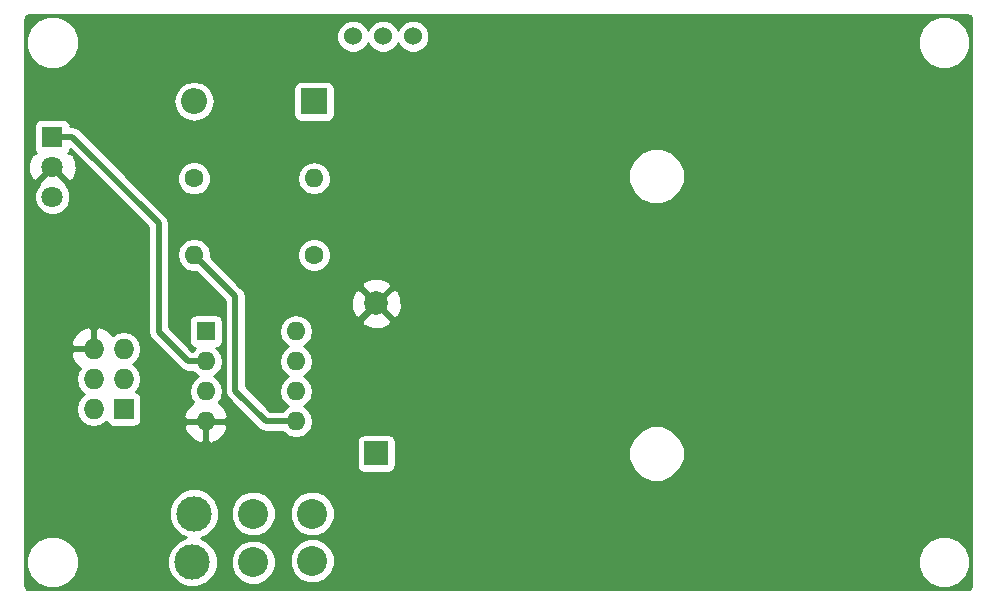
<source format=gbl>
G04 #@! TF.FileFunction,Copper,L2,Bot,Signal*
%FSLAX46Y46*%
G04 Gerber Fmt 4.6, Leading zero omitted, Abs format (unit mm)*
G04 Created by KiCad (PCBNEW 4.0.6-e0-6349~53~ubuntu16.04.1) date Mon Aug 21 19:14:55 2017*
%MOMM*%
%LPD*%
G01*
G04 APERTURE LIST*
%ADD10C,0.100000*%
%ADD11R,2.000000X2.000000*%
%ADD12C,2.000000*%
%ADD13R,1.727200X1.727200*%
%ADD14O,1.727200X1.727200*%
%ADD15C,3.000000*%
%ADD16C,2.540000*%
%ADD17R,1.800000X1.800000*%
%ADD18C,1.800000*%
%ADD19R,1.600000X1.600000*%
%ADD20O,1.600000X1.600000*%
%ADD21R,2.200000X2.200000*%
%ADD22O,2.200000X2.200000*%
%ADD23C,1.600000*%
%ADD24C,1.524000*%
%ADD25C,0.500000*%
%ADD26C,0.254000*%
G04 APERTURE END LIST*
D10*
D11*
X163931600Y-103809800D03*
D12*
X163931600Y-91109800D03*
D13*
X142540000Y-100040000D03*
D14*
X140000000Y-100040000D03*
X142540000Y-97500000D03*
X140000000Y-97500000D03*
X142540000Y-94960000D03*
X140000000Y-94960000D03*
D15*
X148500000Y-108893200D03*
X148369200Y-113000000D03*
D16*
X153500000Y-113000000D03*
X158500000Y-112893200D03*
X153500000Y-108893200D03*
X158500000Y-108893200D03*
D17*
X136500000Y-77000000D03*
D18*
X136500000Y-79540000D03*
X136500000Y-82080000D03*
D19*
X149500000Y-93460000D03*
D20*
X157120000Y-101080000D03*
X149500000Y-96000000D03*
X157120000Y-98540000D03*
X149500000Y-98540000D03*
X157120000Y-96000000D03*
X149500000Y-101080000D03*
X157120000Y-93460000D03*
D21*
X158660000Y-74000000D03*
D22*
X148500000Y-74000000D03*
D23*
X148500000Y-80500000D03*
D20*
X158660000Y-80500000D03*
D23*
X158660000Y-87000000D03*
D20*
X148500000Y-87000000D03*
D24*
X167040000Y-68500000D03*
X164500000Y-68500000D03*
X161960000Y-68500000D03*
D25*
X152000000Y-98500000D02*
X152000000Y-90500000D01*
X152000000Y-90500000D02*
X148500000Y-87000000D01*
X154580000Y-101080000D02*
X152000000Y-98500000D01*
X157120000Y-101080000D02*
X154580000Y-101080000D01*
X149500000Y-96000000D02*
X148000000Y-96000000D01*
X145500000Y-93500000D02*
X145500000Y-84293241D01*
X148000000Y-96000000D02*
X145500000Y-93500000D01*
X145500000Y-84293241D02*
X138198273Y-76991514D01*
X138198273Y-76991514D02*
X136483820Y-76991514D01*
D26*
X134569930Y-66710000D02*
X213930070Y-66710000D01*
X134241175Y-66913200D02*
X135697774Y-66913200D01*
X137302488Y-66913200D02*
X211197774Y-66913200D01*
X212802488Y-66913200D02*
X214258824Y-66913200D01*
X134210000Y-67116400D02*
X135223362Y-67116400D01*
X137777698Y-67116400D02*
X161650323Y-67116400D01*
X162270786Y-67116400D02*
X164190323Y-67116400D01*
X164810786Y-67116400D02*
X166730323Y-67116400D01*
X167350786Y-67116400D02*
X210723362Y-67116400D01*
X213277698Y-67116400D02*
X214290000Y-67116400D01*
X134210000Y-67319600D02*
X135019807Y-67319600D01*
X137980543Y-67319600D02*
X161165079Y-67319600D01*
X162755594Y-67319600D02*
X163705079Y-67319600D01*
X165295594Y-67319600D02*
X166245079Y-67319600D01*
X167835594Y-67319600D02*
X210519807Y-67319600D01*
X213480543Y-67319600D02*
X214290000Y-67319600D01*
X134210000Y-67522800D02*
X134816252Y-67522800D01*
X138183389Y-67522800D02*
X160961524Y-67522800D01*
X162958439Y-67522800D02*
X163501524Y-67522800D01*
X165498439Y-67522800D02*
X166041524Y-67522800D01*
X168038439Y-67522800D02*
X210316252Y-67522800D01*
X213683389Y-67522800D02*
X214290000Y-67522800D01*
X134210000Y-67726000D02*
X134612697Y-67726000D01*
X138386234Y-67726000D02*
X160768744Y-67726000D01*
X163151747Y-67726000D02*
X163308744Y-67726000D01*
X165691747Y-67726000D02*
X165848744Y-67726000D01*
X168231747Y-67726000D02*
X210112697Y-67726000D01*
X213886234Y-67726000D02*
X214290000Y-67726000D01*
X134210000Y-67929200D02*
X134524613Y-67929200D01*
X138475828Y-67929200D02*
X160684368Y-67929200D01*
X168315707Y-67929200D02*
X210024613Y-67929200D01*
X213975828Y-67929200D02*
X214290000Y-67929200D01*
X134210000Y-68132400D02*
X134440237Y-68132400D01*
X138559789Y-68132400D02*
X160599992Y-68132400D01*
X168399667Y-68132400D02*
X209940237Y-68132400D01*
X214059789Y-68132400D02*
X214290000Y-68132400D01*
X134210000Y-68335600D02*
X134355861Y-68335600D01*
X138643749Y-68335600D02*
X160563143Y-68335600D01*
X168437144Y-68335600D02*
X209855861Y-68335600D01*
X214143749Y-68335600D02*
X214290000Y-68335600D01*
X134210000Y-68538800D02*
X134271486Y-68538800D01*
X138727710Y-68538800D02*
X160562966Y-68538800D01*
X168436966Y-68538800D02*
X209771486Y-68538800D01*
X214227710Y-68538800D02*
X214290000Y-68538800D01*
X134210000Y-68742000D02*
X134265225Y-68742000D01*
X138735225Y-68742000D02*
X160562789Y-68742000D01*
X168436789Y-68742000D02*
X209765225Y-68742000D01*
X214235225Y-68742000D02*
X214290000Y-68742000D01*
X134210000Y-68945200D02*
X134265048Y-68945200D01*
X138735048Y-68945200D02*
X160632396Y-68945200D01*
X168367786Y-68945200D02*
X209765048Y-68945200D01*
X214235048Y-68945200D02*
X214290000Y-68945200D01*
X134210000Y-69148400D02*
X134264870Y-69148400D01*
X138734870Y-69148400D02*
X160716357Y-69148400D01*
X163203410Y-69148400D02*
X163256356Y-69148400D01*
X165743410Y-69148400D02*
X165796356Y-69148400D01*
X168283410Y-69148400D02*
X209764870Y-69148400D01*
X214234871Y-69148400D02*
X214290000Y-69148400D01*
X134210000Y-69351600D02*
X134264693Y-69351600D01*
X138734693Y-69351600D02*
X160836180Y-69351600D01*
X163084295Y-69351600D02*
X163376180Y-69351600D01*
X165624295Y-69351600D02*
X165916180Y-69351600D01*
X168164295Y-69351600D02*
X209764693Y-69351600D01*
X214234693Y-69351600D02*
X214290000Y-69351600D01*
X134210000Y-69554800D02*
X134310965Y-69554800D01*
X138689648Y-69554800D02*
X161039025Y-69554800D01*
X162880740Y-69554800D02*
X163579025Y-69554800D01*
X165420740Y-69554800D02*
X166119025Y-69554800D01*
X167960740Y-69554800D02*
X209810965Y-69554800D01*
X214189648Y-69554800D02*
X214290000Y-69554800D01*
X134210000Y-69758000D02*
X134394925Y-69758000D01*
X138605272Y-69758000D02*
X161346735Y-69758000D01*
X162573653Y-69758000D02*
X163886735Y-69758000D01*
X165113653Y-69758000D02*
X166426735Y-69758000D01*
X167653653Y-69758000D02*
X209894925Y-69758000D01*
X214105272Y-69758000D02*
X214290000Y-69758000D01*
X134210000Y-69961200D02*
X134478886Y-69961200D01*
X138520897Y-69961200D02*
X209978886Y-69961200D01*
X214020897Y-69961200D02*
X214290000Y-69961200D01*
X134210000Y-70164400D02*
X134562847Y-70164400D01*
X138436521Y-70164400D02*
X210062847Y-70164400D01*
X213936521Y-70164400D02*
X214290000Y-70164400D01*
X134210000Y-70367600D02*
X134707202Y-70367600D01*
X138293540Y-70367600D02*
X210207202Y-70367600D01*
X213793540Y-70367600D02*
X214290000Y-70367600D01*
X134210000Y-70570800D02*
X134910048Y-70570800D01*
X138089985Y-70570800D02*
X210410048Y-70570800D01*
X213589985Y-70570800D02*
X214290000Y-70570800D01*
X134210000Y-70774000D02*
X135112893Y-70774000D01*
X137886429Y-70774000D02*
X210612893Y-70774000D01*
X213386429Y-70774000D02*
X214290000Y-70774000D01*
X134210000Y-70977200D02*
X135433565Y-70977200D01*
X137567478Y-70977200D02*
X210933565Y-70977200D01*
X213067478Y-70977200D02*
X214290000Y-70977200D01*
X134210000Y-71180400D02*
X135922926Y-71180400D01*
X137075697Y-71180400D02*
X211422926Y-71180400D01*
X212575697Y-71180400D02*
X214290000Y-71180400D01*
X134210000Y-71383600D02*
X214290000Y-71383600D01*
X134210000Y-71586800D02*
X214290000Y-71586800D01*
X134210000Y-71790000D02*
X214290000Y-71790000D01*
X134210000Y-71993200D02*
X214290000Y-71993200D01*
X134210000Y-72196400D02*
X214290000Y-72196400D01*
X134210000Y-72399600D02*
X147798266Y-72399600D01*
X149201735Y-72399600D02*
X157164987Y-72399600D01*
X160152437Y-72399600D02*
X214290000Y-72399600D01*
X134210000Y-72602800D02*
X147494156Y-72602800D01*
X149505845Y-72602800D02*
X156994528Y-72602800D01*
X160323342Y-72602800D02*
X214290000Y-72602800D01*
X134210000Y-72806000D02*
X147217243Y-72806000D01*
X149782758Y-72806000D02*
X156931596Y-72806000D01*
X160389753Y-72806000D02*
X214290000Y-72806000D01*
X134210000Y-73009200D02*
X147081469Y-73009200D01*
X149918533Y-73009200D02*
X156912560Y-73009200D01*
X160407440Y-73009200D02*
X214290000Y-73009200D01*
X134210000Y-73212400D02*
X146945695Y-73212400D01*
X150054306Y-73212400D02*
X156912560Y-73212400D01*
X160407440Y-73212400D02*
X214290000Y-73212400D01*
X134210000Y-73415600D02*
X146847254Y-73415600D01*
X150152747Y-73415600D02*
X156912560Y-73415600D01*
X160407440Y-73415600D02*
X214290000Y-73415600D01*
X134210000Y-73618800D02*
X146806835Y-73618800D01*
X150193166Y-73618800D02*
X156912560Y-73618800D01*
X160407440Y-73618800D02*
X214290000Y-73618800D01*
X134210000Y-73822000D02*
X146766416Y-73822000D01*
X150233585Y-73822000D02*
X156912560Y-73822000D01*
X160407440Y-73822000D02*
X214290000Y-73822000D01*
X134210000Y-74025200D02*
X146736021Y-74025200D01*
X150263978Y-74025200D02*
X156912560Y-74025200D01*
X160407440Y-74025200D02*
X214290000Y-74025200D01*
X134210000Y-74228400D02*
X146776440Y-74228400D01*
X150223559Y-74228400D02*
X156912560Y-74228400D01*
X160407440Y-74228400D02*
X214290000Y-74228400D01*
X134210000Y-74431600D02*
X146816859Y-74431600D01*
X150183140Y-74431600D02*
X156912560Y-74431600D01*
X160407440Y-74431600D02*
X214290000Y-74431600D01*
X134210000Y-74634800D02*
X146857278Y-74634800D01*
X150142721Y-74634800D02*
X156912560Y-74634800D01*
X160407440Y-74634800D02*
X214290000Y-74634800D01*
X134210000Y-74838000D02*
X146979370Y-74838000D01*
X150020629Y-74838000D02*
X156912560Y-74838000D01*
X160407440Y-74838000D02*
X214290000Y-74838000D01*
X134210000Y-75041200D02*
X147115144Y-75041200D01*
X149884855Y-75041200D02*
X156912560Y-75041200D01*
X160407440Y-75041200D02*
X214290000Y-75041200D01*
X134210000Y-75244400D02*
X147265474Y-75244400D01*
X149734525Y-75244400D02*
X156939730Y-75244400D01*
X160378198Y-75244400D02*
X214290000Y-75244400D01*
X134210000Y-75447600D02*
X147569584Y-75447600D01*
X149430415Y-75447600D02*
X157029090Y-75447600D01*
X160291035Y-75447600D02*
X214290000Y-75447600D01*
X134210000Y-75650800D02*
X135138386Y-75650800D01*
X137865533Y-75650800D02*
X148042706Y-75650800D01*
X148957293Y-75650800D02*
X157241326Y-75650800D01*
X160076689Y-75650800D02*
X214290000Y-75650800D01*
X134210000Y-75854000D02*
X135002377Y-75854000D01*
X137996288Y-75854000D02*
X214290000Y-75854000D01*
X134210000Y-76057200D02*
X134961228Y-76057200D01*
X138039387Y-76057200D02*
X214290000Y-76057200D01*
X134210000Y-76260400D02*
X134952560Y-76260400D01*
X138666434Y-76260400D02*
X214290000Y-76260400D01*
X134210000Y-76463600D02*
X134952560Y-76463600D01*
X138921939Y-76463600D02*
X214290000Y-76463600D01*
X134210000Y-76666800D02*
X134952560Y-76666800D01*
X139125139Y-76666800D02*
X214290000Y-76666800D01*
X134210000Y-76870000D02*
X134952560Y-76870000D01*
X139328339Y-76870000D02*
X214290000Y-76870000D01*
X134210000Y-77073200D02*
X134952560Y-77073200D01*
X139531539Y-77073200D02*
X214290000Y-77073200D01*
X134210000Y-77276400D02*
X134952560Y-77276400D01*
X139734739Y-77276400D02*
X214290000Y-77276400D01*
X134210000Y-77479600D02*
X134952560Y-77479600D01*
X139937939Y-77479600D02*
X214290000Y-77479600D01*
X134210000Y-77682800D02*
X134952560Y-77682800D01*
X140141139Y-77682800D02*
X214290000Y-77682800D01*
X134210000Y-77886000D02*
X134952560Y-77886000D01*
X140344339Y-77886000D02*
X214290000Y-77886000D01*
X134210000Y-78089200D02*
X134988160Y-78089200D01*
X138009126Y-78089200D02*
X138044379Y-78089200D01*
X140547539Y-78089200D02*
X186796098Y-78089200D01*
X188514566Y-78089200D02*
X214290000Y-78089200D01*
X134210000Y-78292400D02*
X135072792Y-78292400D01*
X137927208Y-78292400D02*
X138247579Y-78292400D01*
X140750739Y-78292400D02*
X186305286Y-78292400D01*
X189003927Y-78292400D02*
X214290000Y-78292400D01*
X134210000Y-78495600D02*
X134714132Y-78495600D01*
X138287761Y-78495600D02*
X138450779Y-78495600D01*
X140953939Y-78495600D02*
X186101731Y-78495600D01*
X189209133Y-78495600D02*
X214290000Y-78495600D01*
X134210000Y-78698800D02*
X134635093Y-78698800D01*
X138371929Y-78698800D02*
X138653979Y-78698800D01*
X141157139Y-78698800D02*
X185898176Y-78698800D01*
X189411979Y-78698800D02*
X214290000Y-78698800D01*
X134210000Y-78902000D02*
X134556054Y-78902000D01*
X138456097Y-78902000D02*
X138857179Y-78902000D01*
X141360339Y-78902000D02*
X185694621Y-78902000D01*
X189614824Y-78902000D02*
X214290000Y-78902000D01*
X134210000Y-79105200D02*
X134477015Y-79105200D01*
X138534030Y-79105200D02*
X139060379Y-79105200D01*
X141563539Y-79105200D02*
X148117922Y-79105200D01*
X148882902Y-79105200D02*
X158429789Y-79105200D01*
X158890212Y-79105200D02*
X185575030Y-79105200D01*
X189735978Y-79105200D02*
X214290000Y-79105200D01*
X134210000Y-79308400D02*
X134451482Y-79308400D01*
X138538448Y-79308400D02*
X139263579Y-79308400D01*
X141766739Y-79308400D02*
X147662513Y-79308400D01*
X149338105Y-79308400D02*
X157881942Y-79308400D01*
X159438059Y-79308400D02*
X185490654Y-79308400D01*
X189819938Y-79308400D02*
X214290000Y-79308400D01*
X134210000Y-79511600D02*
X134455900Y-79511600D01*
X136320511Y-79511600D02*
X136679490Y-79511600D01*
X138542865Y-79511600D02*
X139466779Y-79511600D01*
X141969939Y-79511600D02*
X147458958Y-79511600D01*
X149540951Y-79511600D02*
X157599618Y-79511600D01*
X159720383Y-79511600D02*
X185406278Y-79511600D01*
X189903899Y-79511600D02*
X214290000Y-79511600D01*
X134210000Y-79714800D02*
X134460317Y-79714800D01*
X136145595Y-79714800D02*
X136854405Y-79714800D01*
X138547283Y-79714800D02*
X139669979Y-79714800D01*
X142173139Y-79714800D02*
X147272250Y-79714800D01*
X149728234Y-79714800D02*
X157463844Y-79714800D01*
X159856157Y-79714800D02*
X185321903Y-79714800D01*
X189987859Y-79714800D02*
X214290000Y-79714800D01*
X134210000Y-79918000D02*
X134464735Y-79918000D01*
X135942395Y-79918000D02*
X136301605Y-79918000D01*
X136698395Y-79918000D02*
X137057605Y-79918000D01*
X138545078Y-79918000D02*
X139873179Y-79918000D01*
X142376339Y-79918000D02*
X147187874Y-79918000D01*
X149812195Y-79918000D02*
X157328070Y-79918000D01*
X159991931Y-79918000D02*
X185270546Y-79918000D01*
X190040547Y-79918000D02*
X214290000Y-79918000D01*
X134210000Y-80121200D02*
X134520376Y-80121200D01*
X135739195Y-80121200D02*
X136098405Y-80121200D01*
X136901595Y-80121200D02*
X137260805Y-80121200D01*
X138466039Y-80121200D02*
X140076379Y-80121200D01*
X142579539Y-80121200D02*
X147103498Y-80121200D01*
X149896155Y-80121200D02*
X157272236Y-80121200D01*
X160047765Y-80121200D02*
X185270369Y-80121200D01*
X190040369Y-80121200D02*
X214290000Y-80121200D01*
X134210000Y-80324400D02*
X134604544Y-80324400D01*
X135535995Y-80324400D02*
X135895205Y-80324400D01*
X137104795Y-80324400D02*
X137464005Y-80324400D01*
X138387001Y-80324400D02*
X140279579Y-80324400D01*
X142782739Y-80324400D02*
X147065154Y-80324400D01*
X149935153Y-80324400D02*
X157231817Y-80324400D01*
X160088184Y-80324400D02*
X185270191Y-80324400D01*
X190040192Y-80324400D02*
X214290000Y-80324400D01*
X134210000Y-80527600D02*
X134688711Y-80527600D01*
X135332795Y-80527600D02*
X135692005Y-80527600D01*
X137307995Y-80527600D02*
X137667205Y-80527600D01*
X138307962Y-80527600D02*
X140482779Y-80527600D01*
X142985939Y-80527600D02*
X147064976Y-80527600D01*
X149934975Y-80527600D02*
X157202376Y-80527600D01*
X160117622Y-80527600D02*
X185270014Y-80527600D01*
X190040015Y-80527600D02*
X214290000Y-80527600D01*
X134210000Y-80730800D02*
X135488805Y-80730800D01*
X137511195Y-80730800D02*
X140685979Y-80730800D01*
X143189139Y-80730800D02*
X147064799Y-80730800D01*
X149934798Y-80730800D02*
X157242796Y-80730800D01*
X160077203Y-80730800D02*
X185269837Y-80730800D01*
X190039837Y-80730800D02*
X214290000Y-80730800D01*
X134210000Y-80934000D02*
X135327467Y-80934000D01*
X137672532Y-80934000D02*
X140889179Y-80934000D01*
X143392339Y-80934000D02*
X147126653Y-80934000D01*
X149873581Y-80934000D02*
X157283215Y-80934000D01*
X160036784Y-80934000D02*
X185330474Y-80934000D01*
X189980525Y-80934000D02*
X214290000Y-80934000D01*
X134210000Y-81137200D02*
X135271732Y-81137200D01*
X137727769Y-81137200D02*
X141092379Y-81137200D01*
X143595539Y-81137200D02*
X147210613Y-81137200D01*
X149789205Y-81137200D02*
X157364952Y-81137200D01*
X159955047Y-81137200D02*
X185414434Y-81137200D01*
X189896149Y-81137200D02*
X214290000Y-81137200D01*
X134210000Y-81340400D02*
X135145036Y-81340400D01*
X137855276Y-81340400D02*
X141295579Y-81340400D01*
X143798739Y-81340400D02*
X147311307Y-81340400D01*
X149689300Y-81340400D02*
X157500726Y-81340400D01*
X159819273Y-81340400D02*
X185498395Y-81340400D01*
X189811773Y-81340400D02*
X214290000Y-81340400D01*
X134210000Y-81543600D02*
X135060660Y-81543600D01*
X137939236Y-81543600D02*
X141498779Y-81543600D01*
X144001939Y-81543600D02*
X147514153Y-81543600D01*
X149485746Y-81543600D02*
X157660443Y-81543600D01*
X159659556Y-81543600D02*
X185582355Y-81543600D01*
X189727397Y-81543600D02*
X214290000Y-81543600D01*
X134210000Y-81746800D02*
X134976284Y-81746800D01*
X138023197Y-81746800D02*
X141701979Y-81746800D01*
X144205139Y-81746800D02*
X147760675Y-81746800D01*
X149240266Y-81746800D02*
X157964553Y-81746800D01*
X159355446Y-81746800D02*
X185714742Y-81746800D01*
X189596545Y-81746800D02*
X214290000Y-81746800D01*
X134210000Y-81950000D02*
X134965114Y-81950000D01*
X138035113Y-81950000D02*
X141905179Y-81950000D01*
X144408339Y-81950000D02*
X185917588Y-81950000D01*
X189392990Y-81950000D02*
X214290000Y-81950000D01*
X134210000Y-82153200D02*
X134964937Y-82153200D01*
X138034936Y-82153200D02*
X142108379Y-82153200D01*
X144611539Y-82153200D02*
X186120433Y-82153200D01*
X189189435Y-82153200D02*
X214290000Y-82153200D01*
X134210000Y-82356400D02*
X134964760Y-82356400D01*
X138034759Y-82356400D02*
X142311579Y-82356400D01*
X144814739Y-82356400D02*
X186352712Y-82356400D01*
X188959616Y-82356400D02*
X214290000Y-82356400D01*
X134210000Y-82559600D02*
X135037295Y-82559600D01*
X137962926Y-82559600D02*
X142514779Y-82559600D01*
X145017939Y-82559600D02*
X186842072Y-82559600D01*
X188467834Y-82559600D02*
X214290000Y-82559600D01*
X134210000Y-82762800D02*
X135121255Y-82762800D01*
X137878550Y-82762800D02*
X142717979Y-82762800D01*
X145221139Y-82762800D02*
X214290000Y-82762800D01*
X134210000Y-82966000D02*
X135215530Y-82966000D01*
X137785167Y-82966000D02*
X142921179Y-82966000D01*
X145424339Y-82966000D02*
X214290000Y-82966000D01*
X134210000Y-83169200D02*
X135418375Y-83169200D01*
X137581611Y-83169200D02*
X143124379Y-83169200D01*
X145627539Y-83169200D02*
X214290000Y-83169200D01*
X134210000Y-83372400D02*
X135621220Y-83372400D01*
X137378055Y-83372400D02*
X143327579Y-83372400D01*
X145830739Y-83372400D02*
X214290000Y-83372400D01*
X134210000Y-83575600D02*
X136099087Y-83575600D01*
X136899987Y-83575600D02*
X143530779Y-83575600D01*
X146033939Y-83575600D02*
X214290000Y-83575600D01*
X134210000Y-83778800D02*
X143733979Y-83778800D01*
X146200191Y-83778800D02*
X214290000Y-83778800D01*
X134210000Y-83982000D02*
X143937179Y-83982000D01*
X146323090Y-83982000D02*
X214290000Y-83982000D01*
X134210000Y-84185200D02*
X144140379Y-84185200D01*
X146363510Y-84185200D02*
X214290000Y-84185200D01*
X134210000Y-84388400D02*
X144343579Y-84388400D01*
X146385000Y-84388400D02*
X214290000Y-84388400D01*
X134210000Y-84591600D02*
X144546779Y-84591600D01*
X146385000Y-84591600D02*
X214290000Y-84591600D01*
X134210000Y-84794800D02*
X144615000Y-84794800D01*
X146385000Y-84794800D02*
X214290000Y-84794800D01*
X134210000Y-84998000D02*
X144615000Y-84998000D01*
X146385000Y-84998000D02*
X214290000Y-84998000D01*
X134210000Y-85201200D02*
X144615000Y-85201200D01*
X146385000Y-85201200D02*
X214290000Y-85201200D01*
X134210000Y-85404400D02*
X144615000Y-85404400D01*
X146385000Y-85404400D02*
X214290000Y-85404400D01*
X134210000Y-85607600D02*
X144615000Y-85607600D01*
X146385000Y-85607600D02*
X148257723Y-85607600D01*
X148742278Y-85607600D02*
X158272113Y-85607600D01*
X159048682Y-85607600D02*
X214290000Y-85607600D01*
X134210000Y-85810800D02*
X144615000Y-85810800D01*
X146385000Y-85810800D02*
X147718350Y-85810800D01*
X149281651Y-85810800D02*
X157820109Y-85810800D01*
X159500501Y-85810800D02*
X214290000Y-85810800D01*
X134210000Y-86014000D02*
X144615000Y-86014000D01*
X146385000Y-86014000D02*
X147438014Y-86014000D01*
X149561987Y-86014000D02*
X157616554Y-86014000D01*
X159703347Y-86014000D02*
X214290000Y-86014000D01*
X134210000Y-86217200D02*
X144615000Y-86217200D01*
X146385000Y-86217200D02*
X147302240Y-86217200D01*
X149697761Y-86217200D02*
X157431253Y-86217200D01*
X159889226Y-86217200D02*
X214290000Y-86217200D01*
X134210000Y-86420400D02*
X144615000Y-86420400D01*
X146385000Y-86420400D02*
X147166466Y-86420400D01*
X149833535Y-86420400D02*
X157346877Y-86420400D01*
X159973186Y-86420400D02*
X214290000Y-86420400D01*
X134210000Y-86623600D02*
X144615000Y-86623600D01*
X146385000Y-86623600D02*
X147111758Y-86623600D01*
X149888243Y-86623600D02*
X157262501Y-86623600D01*
X160057147Y-86623600D02*
X214290000Y-86623600D01*
X134210000Y-86826800D02*
X144615000Y-86826800D01*
X146385000Y-86826800D02*
X147071339Y-86826800D01*
X149928662Y-86826800D02*
X157225151Y-86826800D01*
X160095151Y-86826800D02*
X214290000Y-86826800D01*
X134210000Y-87030000D02*
X144615000Y-87030000D01*
X146385000Y-87030000D02*
X147042854Y-87030000D01*
X149957145Y-87030000D02*
X157224974Y-87030000D01*
X160094973Y-87030000D02*
X214290000Y-87030000D01*
X134210000Y-87233200D02*
X144615000Y-87233200D01*
X146385000Y-87233200D02*
X147083273Y-87233200D01*
X149984779Y-87233200D02*
X157224797Y-87233200D01*
X160094796Y-87233200D02*
X214290000Y-87233200D01*
X134210000Y-87436400D02*
X144615000Y-87436400D01*
X146385000Y-87436400D02*
X147123692Y-87436400D01*
X150187979Y-87436400D02*
X157287645Y-87436400D01*
X160032585Y-87436400D02*
X214290000Y-87436400D01*
X134210000Y-87639600D02*
X144615000Y-87639600D01*
X146385000Y-87639600D02*
X147206556Y-87639600D01*
X150391179Y-87639600D02*
X157371605Y-87639600D01*
X159948209Y-87639600D02*
X214290000Y-87639600D01*
X134210000Y-87842800D02*
X144615000Y-87842800D01*
X146385000Y-87842800D02*
X147342330Y-87842800D01*
X150594379Y-87842800D02*
X157473702Y-87842800D01*
X159846896Y-87842800D02*
X214290000Y-87842800D01*
X134210000Y-88046000D02*
X144615000Y-88046000D01*
X146385000Y-88046000D02*
X147504035Y-88046000D01*
X150797579Y-88046000D02*
X157676548Y-88046000D01*
X159643341Y-88046000D02*
X214290000Y-88046000D01*
X134210000Y-88249200D02*
X144615000Y-88249200D01*
X146385000Y-88249200D02*
X147808145Y-88249200D01*
X151000779Y-88249200D02*
X157926455Y-88249200D01*
X159394458Y-88249200D02*
X214290000Y-88249200D01*
X134210000Y-88452400D02*
X144615000Y-88452400D01*
X146385000Y-88452400D02*
X148700820Y-88452400D01*
X151203979Y-88452400D02*
X214290000Y-88452400D01*
X134210000Y-88655600D02*
X144615000Y-88655600D01*
X146385000Y-88655600D02*
X148904020Y-88655600D01*
X151407179Y-88655600D02*
X214290000Y-88655600D01*
X134210000Y-88858800D02*
X144615000Y-88858800D01*
X146385000Y-88858800D02*
X149107220Y-88858800D01*
X151610379Y-88858800D02*
X214290000Y-88858800D01*
X134210000Y-89062000D02*
X144615000Y-89062000D01*
X146385000Y-89062000D02*
X149310420Y-89062000D01*
X151813579Y-89062000D02*
X163255458Y-89062000D01*
X164579572Y-89062000D02*
X214290000Y-89062000D01*
X134210000Y-89265200D02*
X144615000Y-89265200D01*
X146385000Y-89265200D02*
X149513620Y-89265200D01*
X152016779Y-89265200D02*
X162764891Y-89265200D01*
X165097600Y-89265200D02*
X214290000Y-89265200D01*
X134210000Y-89468400D02*
X144615000Y-89468400D01*
X146385000Y-89468400D02*
X149716820Y-89468400D01*
X152219979Y-89468400D02*
X162718014Y-89468400D01*
X165145187Y-89468400D02*
X214290000Y-89468400D01*
X134210000Y-89671600D02*
X144615000Y-89671600D01*
X146385000Y-89671600D02*
X149920020Y-89671600D01*
X152423179Y-89671600D02*
X162682906Y-89671600D01*
X165180295Y-89671600D02*
X214290000Y-89671600D01*
X134210000Y-89874800D02*
X144615000Y-89874800D01*
X146385000Y-89874800D02*
X150123220Y-89874800D01*
X152626185Y-89874800D02*
X162414139Y-89874800D01*
X162516995Y-89874800D02*
X162876205Y-89874800D01*
X164986995Y-89874800D02*
X165346205Y-89874800D01*
X165449062Y-89874800D02*
X214290000Y-89874800D01*
X134210000Y-90078000D02*
X144615000Y-90078000D01*
X146385000Y-90078000D02*
X150326420Y-90078000D01*
X152761958Y-90078000D02*
X162034360Y-90078000D01*
X162720195Y-90078000D02*
X163079405Y-90078000D01*
X164783795Y-90078000D02*
X165143005Y-90078000D01*
X165832082Y-90078000D02*
X214290000Y-90078000D01*
X134210000Y-90281200D02*
X144615000Y-90281200D01*
X146385000Y-90281200D02*
X150529620Y-90281200D01*
X152841478Y-90281200D02*
X161954653Y-90281200D01*
X162923395Y-90281200D02*
X163282605Y-90281200D01*
X164580595Y-90281200D02*
X164939805Y-90281200D01*
X165916250Y-90281200D02*
X214290000Y-90281200D01*
X134210000Y-90484400D02*
X144615000Y-90484400D01*
X146385000Y-90484400D02*
X150732820Y-90484400D01*
X152881897Y-90484400D02*
X161874947Y-90484400D01*
X163126595Y-90484400D02*
X163485805Y-90484400D01*
X164377395Y-90484400D02*
X164736605Y-90484400D01*
X166000419Y-90484400D02*
X214290000Y-90484400D01*
X134210000Y-90687600D02*
X144615000Y-90687600D01*
X146385000Y-90687600D02*
X150936020Y-90687600D01*
X152885000Y-90687600D02*
X161795240Y-90687600D01*
X163329795Y-90687600D02*
X163689005Y-90687600D01*
X164174195Y-90687600D02*
X164533405Y-90687600D01*
X166067009Y-90687600D02*
X214290000Y-90687600D01*
X134210000Y-90890800D02*
X144615000Y-90890800D01*
X146385000Y-90890800D02*
X151115000Y-90890800D01*
X152885000Y-90890800D02*
X161784080Y-90890800D01*
X163532995Y-90890800D02*
X163892205Y-90890800D01*
X163970995Y-90890800D02*
X164330205Y-90890800D01*
X166070847Y-90890800D02*
X214290000Y-90890800D01*
X134210000Y-91094000D02*
X144615000Y-91094000D01*
X146385000Y-91094000D02*
X151115000Y-91094000D01*
X152885000Y-91094000D02*
X161787918Y-91094000D01*
X163736195Y-91094000D02*
X164127005Y-91094000D01*
X166074685Y-91094000D02*
X214290000Y-91094000D01*
X134210000Y-91297200D02*
X144615000Y-91297200D01*
X146385000Y-91297200D02*
X151115000Y-91297200D01*
X152885000Y-91297200D02*
X161791756Y-91297200D01*
X163564595Y-91297200D02*
X163923805Y-91297200D01*
X163939395Y-91297200D02*
X164298605Y-91297200D01*
X166078524Y-91297200D02*
X214290000Y-91297200D01*
X134210000Y-91500400D02*
X144615000Y-91500400D01*
X146385000Y-91500400D02*
X151115000Y-91500400D01*
X152885000Y-91500400D02*
X161795594Y-91500400D01*
X163361395Y-91500400D02*
X163720605Y-91500400D01*
X164142595Y-91500400D02*
X164501805Y-91500400D01*
X166080355Y-91500400D02*
X214290000Y-91500400D01*
X134210000Y-91703600D02*
X144615000Y-91703600D01*
X146385000Y-91703600D02*
X151115000Y-91703600D01*
X152885000Y-91703600D02*
X161849692Y-91703600D01*
X163158195Y-91703600D02*
X163517405Y-91703600D01*
X164345795Y-91703600D02*
X164705005Y-91703600D01*
X166000649Y-91703600D02*
X214290000Y-91703600D01*
X134210000Y-91906800D02*
X144615000Y-91906800D01*
X146385000Y-91906800D02*
X151115000Y-91906800D01*
X152885000Y-91906800D02*
X161933860Y-91906800D01*
X162954995Y-91906800D02*
X163314205Y-91906800D01*
X164548995Y-91906800D02*
X164908205Y-91906800D01*
X165920942Y-91906800D02*
X214290000Y-91906800D01*
X134210000Y-92110000D02*
X144615000Y-92110000D01*
X146385000Y-92110000D02*
X148382067Y-92110000D01*
X150619845Y-92110000D02*
X151115000Y-92110000D01*
X152885000Y-92110000D02*
X156664564Y-92110000D01*
X157575437Y-92110000D02*
X162018029Y-92110000D01*
X162751795Y-92110000D02*
X163111005Y-92110000D01*
X164752195Y-92110000D02*
X165111405Y-92110000D01*
X165841235Y-92110000D02*
X214290000Y-92110000D01*
X134210000Y-92313200D02*
X144615000Y-92313200D01*
X146385000Y-92313200D02*
X148168419Y-92313200D01*
X150831425Y-92313200D02*
X151115000Y-92313200D01*
X152885000Y-92313200D02*
X156274894Y-92313200D01*
X157965107Y-92313200D02*
X162231241Y-92313200D01*
X162548595Y-92313200D02*
X162907805Y-92313200D01*
X164955395Y-92313200D02*
X165314605Y-92313200D01*
X165631958Y-92313200D02*
X214290000Y-92313200D01*
X134210000Y-92516400D02*
X144615000Y-92516400D01*
X146385000Y-92516400D02*
X148081640Y-92516400D01*
X150920420Y-92516400D02*
X151115000Y-92516400D01*
X152885000Y-92516400D02*
X156029683Y-92516400D01*
X158210318Y-92516400D02*
X162704605Y-92516400D01*
X165158595Y-92516400D02*
X214290000Y-92516400D01*
X134210000Y-92719600D02*
X144615000Y-92719600D01*
X146385000Y-92719600D02*
X148052560Y-92719600D01*
X150947440Y-92719600D02*
X151115000Y-92719600D01*
X152885000Y-92719600D02*
X155893909Y-92719600D01*
X158346092Y-92719600D02*
X162712553Y-92719600D01*
X165150646Y-92719600D02*
X214290000Y-92719600D01*
X134210000Y-92922800D02*
X144615000Y-92922800D01*
X146385000Y-92922800D02*
X148052560Y-92922800D01*
X150947440Y-92922800D02*
X151115000Y-92922800D01*
X152885000Y-92922800D02*
X155763743Y-92922800D01*
X158476258Y-92922800D02*
X162747661Y-92922800D01*
X165115538Y-92922800D02*
X214290000Y-92922800D01*
X134210000Y-93126000D02*
X139261788Y-93126000D01*
X139721149Y-93126000D02*
X140278852Y-93126000D01*
X140738213Y-93126000D02*
X144615000Y-93126000D01*
X146385000Y-93126000D02*
X148052560Y-93126000D01*
X150947440Y-93126000D02*
X151115000Y-93126000D01*
X152885000Y-93126000D02*
X155723324Y-93126000D01*
X158516677Y-93126000D02*
X163203069Y-93126000D01*
X164684031Y-93126000D02*
X214290000Y-93126000D01*
X134210000Y-93329200D02*
X138858527Y-93329200D01*
X139873000Y-93329200D02*
X140127000Y-93329200D01*
X141141474Y-93329200D02*
X144615000Y-93329200D01*
X146580780Y-93329200D02*
X148052560Y-93329200D01*
X150947440Y-93329200D02*
X151115000Y-93329200D01*
X152885000Y-93329200D02*
X155682905Y-93329200D01*
X158557096Y-93329200D02*
X214290000Y-93329200D01*
X134210000Y-93532400D02*
X138645305Y-93532400D01*
X139873000Y-93532400D02*
X140127000Y-93532400D01*
X141354696Y-93532400D02*
X142035461Y-93532400D01*
X143044540Y-93532400D02*
X144621443Y-93532400D01*
X146783980Y-93532400D02*
X148052560Y-93532400D01*
X150947440Y-93532400D02*
X151115000Y-93532400D01*
X152885000Y-93532400D02*
X155671288Y-93532400D01*
X158568711Y-93532400D02*
X214290000Y-93532400D01*
X134210000Y-93735600D02*
X138432083Y-93735600D01*
X139873000Y-93735600D02*
X140127000Y-93735600D01*
X141567918Y-93735600D02*
X141682928Y-93735600D01*
X143397074Y-93735600D02*
X144661863Y-93735600D01*
X146987180Y-93735600D02*
X148052560Y-93735600D01*
X150947440Y-93735600D02*
X151115000Y-93735600D01*
X152885000Y-93735600D02*
X155711707Y-93735600D01*
X158528292Y-93735600D02*
X214290000Y-93735600D01*
X134210000Y-93938800D02*
X138299804Y-93938800D01*
X139873000Y-93938800D02*
X140127000Y-93938800D01*
X143644992Y-93938800D02*
X144749268Y-93938800D01*
X147190380Y-93938800D02*
X148052560Y-93938800D01*
X150947440Y-93938800D02*
X151115000Y-93938800D01*
X152885000Y-93938800D02*
X155752126Y-93938800D01*
X158487873Y-93938800D02*
X214290000Y-93938800D01*
X134210000Y-94142000D02*
X138209849Y-94142000D01*
X139873000Y-94142000D02*
X140127000Y-94142000D01*
X143780766Y-94142000D02*
X144890420Y-94142000D01*
X147393580Y-94142000D02*
X148052560Y-94142000D01*
X150947440Y-94142000D02*
X151115000Y-94142000D01*
X152885000Y-94142000D02*
X155854886Y-94142000D01*
X158385113Y-94142000D02*
X214290000Y-94142000D01*
X134210000Y-94345200D02*
X138119893Y-94345200D01*
X139873000Y-94345200D02*
X140127000Y-94345200D01*
X143916540Y-94345200D02*
X145093620Y-94345200D01*
X147596780Y-94345200D02*
X148068591Y-94345200D01*
X150930186Y-94345200D02*
X151115000Y-94345200D01*
X152885000Y-94345200D02*
X155990661Y-94345200D01*
X158249338Y-94345200D02*
X214290000Y-94345200D01*
X134210000Y-94548400D02*
X138062918Y-94548400D01*
X139873000Y-94548400D02*
X140127000Y-94548400D01*
X143962568Y-94548400D02*
X145296820Y-94548400D01*
X147799980Y-94548400D02*
X148130995Y-94548400D01*
X150871484Y-94548400D02*
X151115000Y-94548400D01*
X152885000Y-94548400D02*
X156187491Y-94548400D01*
X158052508Y-94548400D02*
X214290000Y-94548400D01*
X134210000Y-94751600D02*
X138220171Y-94751600D01*
X139873000Y-94751600D02*
X140127000Y-94751600D01*
X144002987Y-94751600D02*
X145500020Y-94751600D01*
X148003180Y-94751600D02*
X148294684Y-94751600D01*
X150708689Y-94751600D02*
X151115000Y-94751600D01*
X152885000Y-94751600D02*
X156426949Y-94751600D01*
X157813052Y-94751600D02*
X214290000Y-94751600D01*
X134210000Y-94954800D02*
X140147000Y-94954800D01*
X144038600Y-94954800D02*
X145703220Y-94954800D01*
X148206380Y-94954800D02*
X148502839Y-94954800D01*
X150497162Y-94954800D02*
X151115000Y-94954800D01*
X152885000Y-94954800D02*
X156122839Y-94954800D01*
X158117162Y-94954800D02*
X214290000Y-94954800D01*
X134210000Y-95158000D02*
X138228221Y-95158000D01*
X144005055Y-95158000D02*
X145906420Y-95158000D01*
X150658205Y-95158000D02*
X151115000Y-95158000D01*
X152885000Y-95158000D02*
X155961796Y-95158000D01*
X158278205Y-95158000D02*
X214290000Y-95158000D01*
X134210000Y-95361200D02*
X138070967Y-95361200D01*
X143964636Y-95361200D02*
X146109620Y-95361200D01*
X150793979Y-95361200D02*
X151115000Y-95361200D01*
X152885000Y-95361200D02*
X155826022Y-95361200D01*
X158413979Y-95361200D02*
X214290000Y-95361200D01*
X134210000Y-95564400D02*
X138115288Y-95564400D01*
X143923488Y-95564400D02*
X146312820Y-95564400D01*
X150876467Y-95564400D02*
X151115000Y-95564400D01*
X152885000Y-95564400D02*
X155743534Y-95564400D01*
X158496467Y-95564400D02*
X214290000Y-95564400D01*
X134210000Y-95767600D02*
X138205243Y-95767600D01*
X143787714Y-95767600D02*
X146516020Y-95767600D01*
X150916886Y-95767600D02*
X151115000Y-95767600D01*
X152885000Y-95767600D02*
X155703115Y-95767600D01*
X158536886Y-95767600D02*
X214290000Y-95767600D01*
X134210000Y-95970800D02*
X138295199Y-95970800D01*
X143651940Y-95970800D02*
X146719220Y-95970800D01*
X150957305Y-95970800D02*
X151115000Y-95970800D01*
X152885000Y-95970800D02*
X155662696Y-95970800D01*
X158577305Y-95970800D02*
X214290000Y-95970800D01*
X134210000Y-96174000D02*
X138421169Y-96174000D01*
X143412637Y-96174000D02*
X146922420Y-96174000D01*
X150928502Y-96174000D02*
X151115000Y-96174000D01*
X152885000Y-96174000D02*
X155691497Y-96174000D01*
X158548502Y-96174000D02*
X214290000Y-96174000D01*
X134210000Y-96377200D02*
X138634391Y-96377200D01*
X143549129Y-96377200D02*
X147125620Y-96377200D01*
X150888083Y-96377200D02*
X151115000Y-96377200D01*
X152885000Y-96377200D02*
X155731916Y-96377200D01*
X158508083Y-96377200D02*
X214290000Y-96377200D01*
X134210000Y-96580400D02*
X138827122Y-96580400D01*
X143712879Y-96580400D02*
X147328820Y-96580400D01*
X150833000Y-96580400D02*
X151115000Y-96580400D01*
X152885000Y-96580400D02*
X155786999Y-96580400D01*
X158453000Y-96580400D02*
X214290000Y-96580400D01*
X134210000Y-96783600D02*
X138691348Y-96783600D01*
X143848653Y-96783600D02*
X147610390Y-96783600D01*
X150697225Y-96783600D02*
X151115000Y-96783600D01*
X152885000Y-96783600D02*
X155922774Y-96783600D01*
X158317225Y-96783600D02*
X214290000Y-96783600D01*
X134210000Y-96986800D02*
X138597642Y-96986800D01*
X143942359Y-96986800D02*
X148438548Y-96986800D01*
X150561451Y-96986800D02*
X151115000Y-96986800D01*
X152885000Y-96986800D02*
X156058548Y-96986800D01*
X158181451Y-96986800D02*
X214290000Y-96986800D01*
X134210000Y-97190000D02*
X138557223Y-97190000D01*
X143982778Y-97190000D02*
X148719546Y-97190000D01*
X150280453Y-97190000D02*
X151115000Y-97190000D01*
X152885000Y-97190000D02*
X156339546Y-97190000D01*
X157900453Y-97190000D02*
X214290000Y-97190000D01*
X134210000Y-97393200D02*
X138516804Y-97393200D01*
X144023197Y-97393200D02*
X148654894Y-97393200D01*
X150345107Y-97393200D02*
X151115000Y-97393200D01*
X152885000Y-97393200D02*
X156274894Y-97393200D01*
X157965107Y-97393200D02*
X214290000Y-97393200D01*
X134210000Y-97596400D02*
X138514735Y-97596400D01*
X144025264Y-97596400D02*
X148409683Y-97596400D01*
X150590318Y-97596400D02*
X151115000Y-97596400D01*
X152885000Y-97596400D02*
X156029683Y-97596400D01*
X158210318Y-97596400D02*
X214290000Y-97596400D01*
X134210000Y-97799600D02*
X138555154Y-97799600D01*
X143984845Y-97799600D02*
X148273909Y-97799600D01*
X150726092Y-97799600D02*
X151115000Y-97799600D01*
X152885000Y-97799600D02*
X155893909Y-97799600D01*
X158346092Y-97799600D02*
X214290000Y-97799600D01*
X134210000Y-98002800D02*
X138595573Y-98002800D01*
X143944426Y-98002800D02*
X148143743Y-98002800D01*
X150856258Y-98002800D02*
X151115000Y-98002800D01*
X152885000Y-98002800D02*
X155763743Y-98002800D01*
X158476258Y-98002800D02*
X214290000Y-98002800D01*
X134210000Y-98206000D02*
X138684398Y-98206000D01*
X143855601Y-98206000D02*
X148103324Y-98206000D01*
X150896677Y-98206000D02*
X151115000Y-98206000D01*
X152957580Y-98206000D02*
X155723324Y-98206000D01*
X158516677Y-98206000D02*
X214290000Y-98206000D01*
X134210000Y-98409200D02*
X138820172Y-98409200D01*
X143719827Y-98409200D02*
X148062905Y-98409200D01*
X150937096Y-98409200D02*
X151115000Y-98409200D01*
X153160780Y-98409200D02*
X155682905Y-98409200D01*
X158557096Y-98409200D02*
X214290000Y-98409200D01*
X134210000Y-98612400D02*
X138975307Y-98612400D01*
X143702955Y-98612400D02*
X148051288Y-98612400D01*
X150948711Y-98612400D02*
X151137357Y-98612400D01*
X153363980Y-98612400D02*
X155671288Y-98612400D01*
X158568711Y-98612400D02*
X214290000Y-98612400D01*
X134210000Y-98815600D02*
X139142927Y-98815600D01*
X143926016Y-98815600D02*
X148091707Y-98815600D01*
X150908292Y-98815600D02*
X151177777Y-98815600D01*
X153567180Y-98815600D02*
X155711707Y-98815600D01*
X158528292Y-98815600D02*
X214290000Y-98815600D01*
X134210000Y-99018800D02*
X138895009Y-99018800D01*
X144021386Y-99018800D02*
X148132126Y-99018800D01*
X150867873Y-99018800D02*
X151302722Y-99018800D01*
X153770380Y-99018800D02*
X155752126Y-99018800D01*
X158487873Y-99018800D02*
X214290000Y-99018800D01*
X134210000Y-99222000D02*
X138759235Y-99222000D01*
X144051040Y-99222000D02*
X148234887Y-99222000D01*
X150765112Y-99222000D02*
X151470420Y-99222000D01*
X153973580Y-99222000D02*
X155854886Y-99222000D01*
X158385113Y-99222000D02*
X214290000Y-99222000D01*
X134210000Y-99425200D02*
X138623461Y-99425200D01*
X144051040Y-99425200D02*
X148370661Y-99425200D01*
X150629338Y-99425200D02*
X151673620Y-99425200D01*
X154176780Y-99425200D02*
X155990661Y-99425200D01*
X158249338Y-99425200D02*
X214290000Y-99425200D01*
X134210000Y-99628400D02*
X138577433Y-99628400D01*
X144051040Y-99628400D02*
X148250371Y-99628400D01*
X150749630Y-99628400D02*
X151876820Y-99628400D01*
X154379980Y-99628400D02*
X156187491Y-99628400D01*
X158052508Y-99628400D02*
X214290000Y-99628400D01*
X134210000Y-99831600D02*
X138537014Y-99831600D01*
X144051040Y-99831600D02*
X148057526Y-99831600D01*
X150942475Y-99831600D02*
X152080020Y-99831600D01*
X154583180Y-99831600D02*
X156426949Y-99831600D01*
X157813052Y-99831600D02*
X214290000Y-99831600D01*
X134210000Y-100034800D02*
X138501400Y-100034800D01*
X144051040Y-100034800D02*
X147864681Y-100034800D01*
X151135320Y-100034800D02*
X152283220Y-100034800D01*
X154786380Y-100034800D02*
X156122839Y-100034800D01*
X158117162Y-100034800D02*
X214290000Y-100034800D01*
X134210000Y-100238000D02*
X138534944Y-100238000D01*
X144051040Y-100238000D02*
X147776067Y-100238000D01*
X151223934Y-100238000D02*
X152486420Y-100238000D01*
X158278205Y-100238000D02*
X214290000Y-100238000D01*
X134210000Y-100441200D02*
X138575363Y-100441200D01*
X144051040Y-100441200D02*
X147691901Y-100441200D01*
X151308100Y-100441200D02*
X152689620Y-100441200D01*
X158413979Y-100441200D02*
X214290000Y-100441200D01*
X134210000Y-100644400D02*
X138616511Y-100644400D01*
X144051040Y-100644400D02*
X147607735Y-100644400D01*
X151392266Y-100644400D02*
X152892820Y-100644400D01*
X158496467Y-100644400D02*
X214290000Y-100644400D01*
X134210000Y-100847600D02*
X138752285Y-100847600D01*
X144051040Y-100847600D02*
X147762835Y-100847600D01*
X151237164Y-100847600D02*
X153096020Y-100847600D01*
X158536886Y-100847600D02*
X214290000Y-100847600D01*
X134210000Y-101050800D02*
X138888059Y-101050800D01*
X144021231Y-101050800D02*
X153299220Y-101050800D01*
X158577305Y-101050800D02*
X214290000Y-101050800D01*
X134210000Y-101254000D02*
X139127362Y-101254000D01*
X140872637Y-101254000D02*
X141147291Y-101254000D01*
X143932722Y-101254000D02*
X147809815Y-101254000D01*
X149373000Y-101254000D02*
X149627000Y-101254000D01*
X151190186Y-101254000D02*
X153502420Y-101254000D01*
X158548502Y-101254000D02*
X214290000Y-101254000D01*
X134210000Y-101457200D02*
X139443176Y-101457200D01*
X140556823Y-101457200D02*
X141361824Y-101457200D01*
X143715938Y-101457200D02*
X147646353Y-101457200D01*
X149373000Y-101457200D02*
X149627000Y-101457200D01*
X151353648Y-101457200D02*
X153705620Y-101457200D01*
X158508083Y-101457200D02*
X187103462Y-101457200D01*
X188208716Y-101457200D02*
X214290000Y-101457200D01*
X134210000Y-101660400D02*
X147667711Y-101660400D01*
X149373000Y-101660400D02*
X149627000Y-101660400D01*
X151332288Y-101660400D02*
X153908820Y-101660400D01*
X158453000Y-101660400D02*
X186611680Y-101660400D01*
X188698077Y-101660400D02*
X214290000Y-101660400D01*
X134210000Y-101863600D02*
X147751876Y-101863600D01*
X149373000Y-101863600D02*
X149627000Y-101863600D01*
X151248123Y-101863600D02*
X154190390Y-101863600D01*
X158317225Y-101863600D02*
X186228953Y-101863600D01*
X189082355Y-101863600D02*
X214290000Y-101863600D01*
X134210000Y-102066800D02*
X147836042Y-102066800D01*
X149373000Y-102066800D02*
X149627000Y-102066800D01*
X151163957Y-102066800D02*
X156058548Y-102066800D01*
X158181451Y-102066800D02*
X186025398Y-102066800D01*
X189285200Y-102066800D02*
X214290000Y-102066800D01*
X134210000Y-102270000D02*
X148002101Y-102270000D01*
X149373000Y-102270000D02*
X149627000Y-102270000D01*
X150997898Y-102270000D02*
X156339546Y-102270000D01*
X157900453Y-102270000D02*
X162597816Y-102270000D01*
X165266373Y-102270000D02*
X185821843Y-102270000D01*
X189488046Y-102270000D02*
X214290000Y-102270000D01*
X134210000Y-102473200D02*
X148194946Y-102473200D01*
X149373000Y-102473200D02*
X149627000Y-102473200D01*
X150805053Y-102473200D02*
X156881744Y-102473200D01*
X157358255Y-102473200D02*
X162393049Y-102473200D01*
X165469589Y-102473200D02*
X185627765Y-102473200D01*
X189683503Y-102473200D02*
X214290000Y-102473200D01*
X134210000Y-102676400D02*
X148400264Y-102676400D01*
X149373000Y-102676400D02*
X149627000Y-102676400D01*
X150599734Y-102676400D02*
X162311175Y-102676400D01*
X165553940Y-102676400D02*
X185543389Y-102676400D01*
X189767463Y-102676400D02*
X214290000Y-102676400D01*
X134210000Y-102879600D02*
X148856708Y-102879600D01*
X149190346Y-102879600D02*
X149809653Y-102879600D01*
X150143290Y-102879600D02*
X162284160Y-102879600D01*
X165579040Y-102879600D02*
X185459013Y-102879600D01*
X189851424Y-102879600D02*
X214290000Y-102879600D01*
X134210000Y-103082800D02*
X162284160Y-103082800D01*
X165579040Y-103082800D02*
X185374637Y-103082800D01*
X189935384Y-103082800D02*
X214290000Y-103082800D01*
X134210000Y-103286000D02*
X162284160Y-103286000D01*
X165579040Y-103286000D02*
X185290262Y-103286000D01*
X190019344Y-103286000D02*
X214290000Y-103286000D01*
X134210000Y-103489200D02*
X162284160Y-103489200D01*
X165579040Y-103489200D02*
X185270479Y-103489200D01*
X190040480Y-103489200D02*
X214290000Y-103489200D01*
X134210000Y-103692400D02*
X162284160Y-103692400D01*
X165579040Y-103692400D02*
X185270302Y-103692400D01*
X190040303Y-103692400D02*
X214290000Y-103692400D01*
X134210000Y-103895600D02*
X162284160Y-103895600D01*
X165579040Y-103895600D02*
X185270125Y-103895600D01*
X190040125Y-103895600D02*
X214290000Y-103895600D01*
X134210000Y-104098800D02*
X162284160Y-104098800D01*
X165579040Y-104098800D02*
X185269947Y-104098800D01*
X190039948Y-104098800D02*
X214290000Y-104098800D01*
X134210000Y-104302000D02*
X162284160Y-104302000D01*
X165579040Y-104302000D02*
X185277999Y-104302000D01*
X190033260Y-104302000D02*
X214290000Y-104302000D01*
X134210000Y-104505200D02*
X162284160Y-104505200D01*
X165579040Y-104505200D02*
X185361959Y-104505200D01*
X189948884Y-104505200D02*
X214290000Y-104505200D01*
X134210000Y-104708400D02*
X162284160Y-104708400D01*
X165579040Y-104708400D02*
X185445920Y-104708400D01*
X189864508Y-104708400D02*
X214290000Y-104708400D01*
X134210000Y-104911600D02*
X162303315Y-104911600D01*
X165558424Y-104911600D02*
X185529880Y-104911600D01*
X189780132Y-104911600D02*
X214290000Y-104911600D01*
X134210000Y-105114800D02*
X162373277Y-105114800D01*
X165491742Y-105114800D02*
X185613840Y-105114800D01*
X189695756Y-105114800D02*
X214290000Y-105114800D01*
X134210000Y-105318000D02*
X162550579Y-105318000D01*
X165314492Y-105318000D02*
X185790809Y-105318000D01*
X189520212Y-105318000D02*
X214290000Y-105318000D01*
X134210000Y-105521200D02*
X185993655Y-105521200D01*
X189316657Y-105521200D02*
X214290000Y-105521200D01*
X134210000Y-105724400D02*
X186196501Y-105724400D01*
X189113102Y-105724400D02*
X214290000Y-105724400D01*
X134210000Y-105927600D02*
X186536222Y-105927600D01*
X188775198Y-105927600D02*
X214290000Y-105927600D01*
X134210000Y-106130800D02*
X187025583Y-106130800D01*
X188283416Y-106130800D02*
X214290000Y-106130800D01*
X134210000Y-106334000D02*
X214290000Y-106334000D01*
X134210000Y-106537200D02*
X214290000Y-106537200D01*
X134210000Y-106740400D02*
X214290000Y-106740400D01*
X134210000Y-106943600D02*
X147627589Y-106943600D01*
X149372138Y-106943600D02*
X214290000Y-106943600D01*
X134210000Y-107146800D02*
X147227468Y-107146800D01*
X149773360Y-107146800D02*
X152738095Y-107146800D01*
X154261744Y-107146800D02*
X157738095Y-107146800D01*
X159261744Y-107146800D02*
X214290000Y-107146800D01*
X134210000Y-107350000D02*
X147023913Y-107350000D01*
X149976205Y-107350000D02*
X152349465Y-107350000D01*
X154651221Y-107350000D02*
X157349465Y-107350000D01*
X159651221Y-107350000D02*
X214290000Y-107350000D01*
X134210000Y-107553200D02*
X146820358Y-107553200D01*
X150179051Y-107553200D02*
X152145910Y-107553200D01*
X154854066Y-107553200D02*
X157145910Y-107553200D01*
X159854066Y-107553200D02*
X214290000Y-107553200D01*
X134210000Y-107756400D02*
X146660298Y-107756400D01*
X150340357Y-107756400D02*
X151942355Y-107756400D01*
X155056912Y-107756400D02*
X156942355Y-107756400D01*
X160056912Y-107756400D02*
X214290000Y-107756400D01*
X134210000Y-107959600D02*
X146575922Y-107959600D01*
X150424318Y-107959600D02*
X151824961Y-107959600D01*
X155175458Y-107959600D02*
X156824961Y-107959600D01*
X160175458Y-107959600D02*
X214290000Y-107959600D01*
X134210000Y-108162800D02*
X146491546Y-108162800D01*
X150508279Y-108162800D02*
X151740586Y-108162800D01*
X155259418Y-108162800D02*
X156740586Y-108162800D01*
X160259418Y-108162800D02*
X214290000Y-108162800D01*
X134210000Y-108366000D02*
X146407170Y-108366000D01*
X150592239Y-108366000D02*
X151656210Y-108366000D01*
X155343379Y-108366000D02*
X156656210Y-108366000D01*
X160343379Y-108366000D02*
X214290000Y-108366000D01*
X134210000Y-108569200D02*
X146365283Y-108569200D01*
X150635283Y-108569200D02*
X151595283Y-108569200D01*
X155405283Y-108569200D02*
X156595283Y-108569200D01*
X160405283Y-108569200D02*
X214290000Y-108569200D01*
X134210000Y-108772400D02*
X146365105Y-108772400D01*
X150635106Y-108772400D02*
X151595106Y-108772400D01*
X155405105Y-108772400D02*
X156595106Y-108772400D01*
X160405105Y-108772400D02*
X214290000Y-108772400D01*
X134210000Y-108975600D02*
X146364928Y-108975600D01*
X150634928Y-108975600D02*
X151594928Y-108975600D01*
X155404927Y-108975600D02*
X156594928Y-108975600D01*
X160404928Y-108975600D02*
X214290000Y-108975600D01*
X134210000Y-109178800D02*
X146364750Y-109178800D01*
X150634751Y-109178800D02*
X151594751Y-109178800D01*
X155404750Y-109178800D02*
X156594751Y-109178800D01*
X160404750Y-109178800D02*
X214290000Y-109178800D01*
X134210000Y-109382000D02*
X146391894Y-109382000D01*
X150608775Y-109382000D02*
X151640755Y-109382000D01*
X155359735Y-109382000D02*
X156640755Y-109382000D01*
X160359735Y-109382000D02*
X214290000Y-109382000D01*
X134210000Y-109585200D02*
X146475855Y-109585200D01*
X150524399Y-109585200D02*
X151724715Y-109585200D01*
X155275359Y-109585200D02*
X156724715Y-109585200D01*
X160275359Y-109585200D02*
X214290000Y-109585200D01*
X134210000Y-109788400D02*
X146559815Y-109788400D01*
X150440023Y-109788400D02*
X151808676Y-109788400D01*
X155190984Y-109788400D02*
X156808676Y-109788400D01*
X160190984Y-109788400D02*
X214290000Y-109788400D01*
X134210000Y-109991600D02*
X146643776Y-109991600D01*
X150355647Y-109991600D02*
X151904755Y-109991600D01*
X155096112Y-109991600D02*
X156904755Y-109991600D01*
X160096112Y-109991600D02*
X214290000Y-109991600D01*
X134210000Y-110194800D02*
X146782616Y-110194800D01*
X150218109Y-110194800D02*
X152107601Y-110194800D01*
X154892557Y-110194800D02*
X157107601Y-110194800D01*
X159892557Y-110194800D02*
X214290000Y-110194800D01*
X134210000Y-110398000D02*
X146985462Y-110398000D01*
X150014554Y-110398000D02*
X152310446Y-110398000D01*
X154689002Y-110398000D02*
X157310446Y-110398000D01*
X159689002Y-110398000D02*
X214290000Y-110398000D01*
X134210000Y-110601200D02*
X147188307Y-110601200D01*
X149810999Y-110601200D02*
X152645779Y-110601200D01*
X154354840Y-110601200D02*
X157645779Y-110601200D01*
X159354840Y-110601200D02*
X214290000Y-110601200D01*
X134210000Y-110804400D02*
X135961090Y-110804400D01*
X137040469Y-110804400D02*
X147535384Y-110804400D01*
X149465346Y-110804400D02*
X211461090Y-110804400D01*
X212540469Y-110804400D02*
X214290000Y-110804400D01*
X134210000Y-111007600D02*
X135469309Y-111007600D01*
X137529829Y-111007600D02*
X147600373Y-111007600D01*
X149138264Y-111007600D02*
X158074985Y-111007600D01*
X158926512Y-111007600D02*
X210969309Y-111007600D01*
X213029829Y-111007600D02*
X214290000Y-111007600D01*
X134210000Y-111210800D02*
X135128797Y-111210800D01*
X137871933Y-111210800D02*
X147139542Y-111210800D01*
X149599834Y-111210800D02*
X152841679Y-111210800D01*
X154158669Y-111210800D02*
X157583204Y-111210800D01*
X159415873Y-111210800D02*
X210628797Y-111210800D01*
X213371933Y-111210800D02*
X214290000Y-111210800D01*
X134210000Y-111414000D02*
X134925242Y-111414000D01*
X138074779Y-111414000D02*
X146935988Y-111414000D01*
X149802680Y-111414000D02*
X152392340Y-111414000D01*
X154608496Y-111414000D02*
X157285353Y-111414000D01*
X159715109Y-111414000D02*
X210425242Y-111414000D01*
X213574779Y-111414000D02*
X214290000Y-111414000D01*
X134210000Y-111617200D02*
X134721687Y-111617200D01*
X138277624Y-111617200D02*
X146732433Y-111617200D01*
X150005526Y-111617200D02*
X152188785Y-111617200D01*
X154811341Y-111617200D02*
X157081798Y-111617200D01*
X159917955Y-111617200D02*
X210221687Y-111617200D01*
X213777624Y-111617200D02*
X214290000Y-111617200D01*
X134210000Y-111820400D02*
X134569791Y-111820400D01*
X138430873Y-111820400D02*
X146547270Y-111820400D01*
X150191873Y-111820400D02*
X151985230Y-111820400D01*
X155014186Y-111820400D02*
X156882762Y-111820400D01*
X160117941Y-111820400D02*
X210069791Y-111820400D01*
X213930873Y-111820400D02*
X214290000Y-111820400D01*
X134210000Y-112023600D02*
X134485415Y-112023600D01*
X138514833Y-112023600D02*
X146462894Y-112023600D01*
X150275833Y-112023600D02*
X151842733Y-112023600D01*
X155157773Y-112023600D02*
X156798386Y-112023600D01*
X160201902Y-112023600D02*
X209985415Y-112023600D01*
X214014833Y-112023600D02*
X214290000Y-112023600D01*
X134210000Y-112226800D02*
X134401039Y-112226800D01*
X138598794Y-112226800D02*
X146378518Y-112226800D01*
X150359794Y-112226800D02*
X151758358Y-112226800D01*
X155241734Y-112226800D02*
X156714011Y-112226800D01*
X160285862Y-112226800D02*
X209901039Y-112226800D01*
X214098794Y-112226800D02*
X214290000Y-112226800D01*
X134210000Y-112430000D02*
X134316663Y-112430000D01*
X138682755Y-112430000D02*
X146294142Y-112430000D01*
X150443755Y-112430000D02*
X151673982Y-112430000D01*
X155325694Y-112430000D02*
X156629635Y-112430000D01*
X160369823Y-112430000D02*
X209816663Y-112430000D01*
X214182755Y-112430000D02*
X214290000Y-112430000D01*
X134210000Y-112633200D02*
X134265320Y-112633200D01*
X138735320Y-112633200D02*
X146234520Y-112633200D01*
X150504521Y-112633200D02*
X151595320Y-112633200D01*
X155405320Y-112633200D02*
X156595227Y-112633200D01*
X160405227Y-112633200D02*
X209765320Y-112633200D01*
X214235320Y-112633200D02*
X214290000Y-112633200D01*
X134210000Y-112836400D02*
X134265143Y-112836400D01*
X138735143Y-112836400D02*
X146234343Y-112836400D01*
X150504343Y-112836400D02*
X151595143Y-112836400D01*
X155405143Y-112836400D02*
X156595050Y-112836400D01*
X160405050Y-112836400D02*
X209765143Y-112836400D01*
X214235143Y-112836400D02*
X214290000Y-112836400D01*
X134210000Y-113039600D02*
X134264965Y-113039600D01*
X138734965Y-113039600D02*
X146234165Y-113039600D01*
X150504166Y-113039600D02*
X151594965Y-113039600D01*
X155404965Y-113039600D02*
X156594872Y-113039600D01*
X160404872Y-113039600D02*
X209764965Y-113039600D01*
X214234966Y-113039600D02*
X214290000Y-113039600D01*
X134210000Y-113242800D02*
X134264788Y-113242800D01*
X138734788Y-113242800D02*
X146233988Y-113242800D01*
X150503988Y-113242800D02*
X151594788Y-113242800D01*
X155404788Y-113242800D02*
X156594695Y-113242800D01*
X160404695Y-113242800D02*
X209764788Y-113242800D01*
X214234788Y-113242800D02*
X214290000Y-113242800D01*
X134210000Y-113446000D02*
X134266010Y-113446000D01*
X138734611Y-113446000D02*
X146243409Y-113446000D01*
X150495747Y-113446000D02*
X151623070Y-113446000D01*
X155377507Y-113446000D02*
X156667199Y-113446000D01*
X160333160Y-113446000D02*
X209766010Y-113446000D01*
X214234611Y-113446000D02*
X214290000Y-113446000D01*
X134210000Y-113649200D02*
X134349970Y-113649200D01*
X138650450Y-113649200D02*
X146327370Y-113649200D01*
X150411371Y-113649200D02*
X151707031Y-113649200D01*
X155293131Y-113649200D02*
X156751160Y-113649200D01*
X160248784Y-113649200D02*
X209849970Y-113649200D01*
X214150450Y-113649200D02*
X214290000Y-113649200D01*
X134210000Y-113852400D02*
X134433931Y-113852400D01*
X138566074Y-113852400D02*
X146411331Y-113852400D01*
X150326995Y-113852400D02*
X151790991Y-113852400D01*
X155208756Y-113852400D02*
X156835120Y-113852400D01*
X160164408Y-113852400D02*
X209933931Y-113852400D01*
X214066074Y-113852400D02*
X214290000Y-113852400D01*
X134210000Y-114055600D02*
X134517892Y-114055600D01*
X138481698Y-114055600D02*
X146495292Y-114055600D01*
X150242619Y-114055600D02*
X151874952Y-114055600D01*
X155124380Y-114055600D02*
X156968644Y-114055600D01*
X160032000Y-114055600D02*
X210017892Y-114055600D01*
X213981698Y-114055600D02*
X214290000Y-114055600D01*
X134210000Y-114258800D02*
X134601852Y-114258800D01*
X138397322Y-114258800D02*
X146609091Y-114258800D01*
X150130184Y-114258800D02*
X152064875Y-114258800D01*
X154935432Y-114258800D02*
X157171489Y-114258800D01*
X159828445Y-114258800D02*
X210101852Y-114258800D01*
X213897322Y-114258800D02*
X214290000Y-114258800D01*
X134210000Y-114462000D02*
X134801438Y-114462000D01*
X138198975Y-114462000D02*
X146811936Y-114462000D01*
X149926629Y-114462000D02*
X152267721Y-114462000D01*
X154731877Y-114462000D02*
X157374334Y-114462000D01*
X159624890Y-114462000D02*
X210301438Y-114462000D01*
X213698975Y-114462000D02*
X214290000Y-114462000D01*
X134210000Y-114665200D02*
X135004283Y-114665200D01*
X137995420Y-114665200D02*
X147014782Y-114665200D01*
X149723074Y-114665200D02*
X152542704Y-114665200D01*
X154458424Y-114665200D02*
X157799908Y-114665200D01*
X159199948Y-114665200D02*
X210504283Y-114665200D01*
X213495420Y-114665200D02*
X214290000Y-114665200D01*
X134210000Y-114868400D02*
X135207129Y-114868400D01*
X137791864Y-114868400D02*
X147301511Y-114868400D01*
X149438130Y-114868400D02*
X153032066Y-114868400D01*
X153966642Y-114868400D02*
X210707129Y-114868400D01*
X213291864Y-114868400D02*
X214290000Y-114868400D01*
X134238153Y-115071600D02*
X135660906Y-115071600D01*
X137339013Y-115071600D02*
X147790870Y-115071600D01*
X148946349Y-115071600D02*
X211160906Y-115071600D01*
X212839013Y-115071600D02*
X214261848Y-115071600D01*
X134493515Y-115274800D02*
X214006486Y-115274800D01*
X214105655Y-66744926D02*
X214195225Y-66804774D01*
X214255074Y-66894345D01*
X214290000Y-67069930D01*
X214290000Y-114930070D01*
X214255074Y-115105655D01*
X214195225Y-115195226D01*
X214105655Y-115255074D01*
X213930070Y-115290000D01*
X134569930Y-115290000D01*
X134394345Y-115255074D01*
X134304774Y-115195225D01*
X134244926Y-115105655D01*
X134210000Y-114930070D01*
X134210000Y-113442619D01*
X134264613Y-113442619D01*
X134604155Y-114264372D01*
X135232321Y-114893636D01*
X136053481Y-115234611D01*
X136942619Y-115235387D01*
X137764372Y-114895845D01*
X138393636Y-114267679D01*
X138734611Y-113446519D01*
X138734631Y-113422815D01*
X146233830Y-113422815D01*
X146558180Y-114207800D01*
X147158241Y-114808909D01*
X147942659Y-115134628D01*
X148792015Y-115135370D01*
X149577000Y-114811020D01*
X150178109Y-114210959D01*
X150503828Y-113426541D01*
X150503871Y-113377265D01*
X151594670Y-113377265D01*
X151884078Y-114077686D01*
X152419495Y-114614039D01*
X153119410Y-114904668D01*
X153877265Y-114905330D01*
X154577686Y-114615922D01*
X155114039Y-114080505D01*
X155404668Y-113380590D01*
X155404764Y-113270465D01*
X156594670Y-113270465D01*
X156884078Y-113970886D01*
X157419495Y-114507239D01*
X158119410Y-114797868D01*
X158877265Y-114798530D01*
X159577686Y-114509122D01*
X160114039Y-113973705D01*
X160334564Y-113442619D01*
X209764613Y-113442619D01*
X210104155Y-114264372D01*
X210732321Y-114893636D01*
X211553481Y-115234611D01*
X212442619Y-115235387D01*
X213264372Y-114895845D01*
X213893636Y-114267679D01*
X214234611Y-113446519D01*
X214235387Y-112557381D01*
X213895845Y-111735628D01*
X213267679Y-111106364D01*
X212446519Y-110765389D01*
X211557381Y-110764613D01*
X210735628Y-111104155D01*
X210106364Y-111732321D01*
X209765389Y-112553481D01*
X209764613Y-113442619D01*
X160334564Y-113442619D01*
X160404668Y-113273790D01*
X160405330Y-112515935D01*
X160115922Y-111815514D01*
X159580505Y-111279161D01*
X158880590Y-110988532D01*
X158122735Y-110987870D01*
X157422314Y-111277278D01*
X156885961Y-111812695D01*
X156595332Y-112512610D01*
X156594670Y-113270465D01*
X155404764Y-113270465D01*
X155405330Y-112622735D01*
X155115922Y-111922314D01*
X154580505Y-111385961D01*
X153880590Y-111095332D01*
X153122735Y-111094670D01*
X152422314Y-111384078D01*
X151885961Y-111919495D01*
X151595332Y-112619410D01*
X151594670Y-113377265D01*
X150503871Y-113377265D01*
X150504570Y-112577185D01*
X150180220Y-111792200D01*
X149580159Y-111191091D01*
X149056118Y-110973490D01*
X149707800Y-110704220D01*
X150308909Y-110104159D01*
X150634628Y-109319741D01*
X150634671Y-109270465D01*
X151594670Y-109270465D01*
X151884078Y-109970886D01*
X152419495Y-110507239D01*
X153119410Y-110797868D01*
X153877265Y-110798530D01*
X154577686Y-110509122D01*
X155114039Y-109973705D01*
X155404668Y-109273790D01*
X155404670Y-109270465D01*
X156594670Y-109270465D01*
X156884078Y-109970886D01*
X157419495Y-110507239D01*
X158119410Y-110797868D01*
X158877265Y-110798530D01*
X159577686Y-110509122D01*
X160114039Y-109973705D01*
X160404668Y-109273790D01*
X160405330Y-108515935D01*
X160115922Y-107815514D01*
X159580505Y-107279161D01*
X158880590Y-106988532D01*
X158122735Y-106987870D01*
X157422314Y-107277278D01*
X156885961Y-107812695D01*
X156595332Y-108512610D01*
X156594670Y-109270465D01*
X155404670Y-109270465D01*
X155405330Y-108515935D01*
X155115922Y-107815514D01*
X154580505Y-107279161D01*
X153880590Y-106988532D01*
X153122735Y-106987870D01*
X152422314Y-107277278D01*
X151885961Y-107812695D01*
X151595332Y-108512610D01*
X151594670Y-109270465D01*
X150634671Y-109270465D01*
X150635370Y-108470385D01*
X150311020Y-107685400D01*
X149710959Y-107084291D01*
X148926541Y-106758572D01*
X148077185Y-106757830D01*
X147292200Y-107082180D01*
X146691091Y-107682241D01*
X146365372Y-108466659D01*
X146364630Y-109316015D01*
X146688980Y-110101000D01*
X147289041Y-110702109D01*
X147813082Y-110919710D01*
X147161400Y-111188980D01*
X146560291Y-111789041D01*
X146234572Y-112573459D01*
X146233830Y-113422815D01*
X138734631Y-113422815D01*
X138735387Y-112557381D01*
X138395845Y-111735628D01*
X137767679Y-111106364D01*
X136946519Y-110765389D01*
X136057381Y-110764613D01*
X135235628Y-111104155D01*
X134606364Y-111732321D01*
X134265389Y-112553481D01*
X134264613Y-113442619D01*
X134210000Y-113442619D01*
X134210000Y-95398710D01*
X138041938Y-95398710D01*
X138358874Y-96114633D01*
X138835094Y-96568468D01*
X138615474Y-96897152D01*
X138501400Y-97470641D01*
X138501400Y-97529359D01*
X138615474Y-98102848D01*
X138940330Y-98589029D01*
X139211172Y-98770000D01*
X138940330Y-98950971D01*
X138615474Y-99437152D01*
X138501400Y-100010641D01*
X138501400Y-100069359D01*
X138615474Y-100642848D01*
X138940330Y-101129029D01*
X139426511Y-101453885D01*
X140000000Y-101567959D01*
X140573489Y-101453885D01*
X141059670Y-101129029D01*
X141068805Y-101115358D01*
X141073238Y-101138917D01*
X141212310Y-101355041D01*
X141424510Y-101500031D01*
X141676400Y-101551040D01*
X143403600Y-101551040D01*
X143628410Y-101508739D01*
X147604893Y-101508739D01*
X147856787Y-102116883D01*
X148378667Y-102666785D01*
X149071260Y-102975114D01*
X149373000Y-102733102D01*
X149373000Y-101207000D01*
X149627000Y-101207000D01*
X149627000Y-102733102D01*
X149928740Y-102975114D01*
X150300081Y-102809800D01*
X162284160Y-102809800D01*
X162284160Y-104809800D01*
X162328438Y-105045117D01*
X162467510Y-105261241D01*
X162679710Y-105406231D01*
X162931600Y-105457240D01*
X164931600Y-105457240D01*
X165166917Y-105412962D01*
X165383041Y-105273890D01*
X165528031Y-105061690D01*
X165579040Y-104809800D01*
X165579040Y-104282125D01*
X185269787Y-104282125D01*
X185632116Y-105159029D01*
X186302442Y-105830526D01*
X187178713Y-106194385D01*
X188127525Y-106195213D01*
X189004429Y-105832884D01*
X189675926Y-105162558D01*
X190039785Y-104286287D01*
X190040613Y-103337475D01*
X189678284Y-102460571D01*
X189007958Y-101789074D01*
X188131687Y-101425215D01*
X187182875Y-101424387D01*
X186305971Y-101786716D01*
X185634474Y-102457042D01*
X185270615Y-103333313D01*
X185269787Y-104282125D01*
X165579040Y-104282125D01*
X165579040Y-102809800D01*
X165534762Y-102574483D01*
X165395690Y-102358359D01*
X165183490Y-102213369D01*
X164931600Y-102162360D01*
X162931600Y-102162360D01*
X162696283Y-102206638D01*
X162480159Y-102345710D01*
X162335169Y-102557910D01*
X162284160Y-102809800D01*
X150300081Y-102809800D01*
X150621333Y-102666785D01*
X151143213Y-102116883D01*
X151395107Y-101508739D01*
X151152377Y-101207000D01*
X149627000Y-101207000D01*
X149373000Y-101207000D01*
X147847623Y-101207000D01*
X147604893Y-101508739D01*
X143628410Y-101508739D01*
X143638917Y-101506762D01*
X143855041Y-101367690D01*
X144000031Y-101155490D01*
X144051040Y-100903600D01*
X144051040Y-99176400D01*
X144006762Y-98941083D01*
X143867690Y-98724959D01*
X143655490Y-98579969D01*
X143611655Y-98571092D01*
X143924526Y-98102848D01*
X144038600Y-97529359D01*
X144038600Y-97470641D01*
X143924526Y-96897152D01*
X143599670Y-96410971D01*
X143328828Y-96230000D01*
X143599670Y-96049029D01*
X143924526Y-95562848D01*
X144038600Y-94989359D01*
X144038600Y-94930641D01*
X143924526Y-94357152D01*
X143599670Y-93870971D01*
X143113489Y-93546115D01*
X142540000Y-93432041D01*
X141966511Y-93546115D01*
X141615320Y-93780774D01*
X141074344Y-93265226D01*
X140438708Y-93001945D01*
X140127000Y-93243843D01*
X140127000Y-94833000D01*
X140147000Y-94833000D01*
X140147000Y-95087000D01*
X140127000Y-95087000D01*
X140127000Y-95107000D01*
X139873000Y-95107000D01*
X139873000Y-95087000D01*
X138283166Y-95087000D01*
X138041938Y-95398710D01*
X134210000Y-95398710D01*
X134210000Y-94521290D01*
X138041938Y-94521290D01*
X138283166Y-94833000D01*
X139873000Y-94833000D01*
X139873000Y-93243843D01*
X139561292Y-93001945D01*
X138925656Y-93265226D01*
X138358874Y-93805367D01*
X138041938Y-94521290D01*
X134210000Y-94521290D01*
X134210000Y-82383991D01*
X134964735Y-82383991D01*
X135197932Y-82948371D01*
X135629357Y-83380551D01*
X136193330Y-83614733D01*
X136803991Y-83615265D01*
X137368371Y-83382068D01*
X137800551Y-82950643D01*
X138034733Y-82386670D01*
X138035265Y-81776009D01*
X137802068Y-81211629D01*
X137653628Y-81062930D01*
X137677886Y-80897491D01*
X136500000Y-79719605D01*
X135322114Y-80897491D01*
X135346341Y-81062721D01*
X135199449Y-81209357D01*
X134965267Y-81773330D01*
X134964735Y-82383991D01*
X134210000Y-82383991D01*
X134210000Y-79178123D01*
X134448650Y-79178123D01*
X134466316Y-79990687D01*
X134743284Y-80659349D01*
X135142509Y-80717886D01*
X136320395Y-79540000D01*
X136306253Y-79525858D01*
X136485858Y-79346253D01*
X136500000Y-79360395D01*
X136514143Y-79346253D01*
X136693748Y-79525858D01*
X136679605Y-79540000D01*
X137857491Y-80717886D01*
X138256716Y-80659349D01*
X138551350Y-79901877D01*
X138533684Y-79089313D01*
X138256716Y-78420651D01*
X137857494Y-78362114D01*
X138060966Y-78158642D01*
X138006162Y-78103838D01*
X138015063Y-78059884D01*
X144615000Y-84659820D01*
X144615000Y-93499995D01*
X144614999Y-93500000D01*
X144671190Y-93782484D01*
X144682367Y-93838675D01*
X144796275Y-94009151D01*
X144874210Y-94125790D01*
X147374208Y-96625787D01*
X147374210Y-96625790D01*
X147661325Y-96817633D01*
X147717516Y-96828810D01*
X148000000Y-96885001D01*
X148000005Y-96885000D01*
X148370527Y-96885000D01*
X148457189Y-97014698D01*
X148839275Y-97270000D01*
X148457189Y-97525302D01*
X148146120Y-97990849D01*
X148036887Y-98540000D01*
X148146120Y-99089151D01*
X148407524Y-99480369D01*
X148378667Y-99493215D01*
X147856787Y-100043117D01*
X147604893Y-100651261D01*
X147847623Y-100953000D01*
X149373000Y-100953000D01*
X149373000Y-100933000D01*
X149627000Y-100933000D01*
X149627000Y-100953000D01*
X151152377Y-100953000D01*
X151395107Y-100651261D01*
X151143213Y-100043117D01*
X150621333Y-99493215D01*
X150592476Y-99480369D01*
X150853880Y-99089151D01*
X150963113Y-98540000D01*
X150853880Y-97990849D01*
X150542811Y-97525302D01*
X150160725Y-97270000D01*
X150542811Y-97014698D01*
X150853880Y-96549151D01*
X150963113Y-96000000D01*
X150853880Y-95450849D01*
X150542811Y-94985302D01*
X150398535Y-94888899D01*
X150535317Y-94863162D01*
X150751441Y-94724090D01*
X150896431Y-94511890D01*
X150947440Y-94260000D01*
X150947440Y-92660000D01*
X150903162Y-92424683D01*
X150764090Y-92208559D01*
X150551890Y-92063569D01*
X150300000Y-92012560D01*
X148700000Y-92012560D01*
X148464683Y-92056838D01*
X148248559Y-92195910D01*
X148103569Y-92408110D01*
X148052560Y-92660000D01*
X148052560Y-94260000D01*
X148096838Y-94495317D01*
X148235910Y-94711441D01*
X148448110Y-94856431D01*
X148603089Y-94887815D01*
X148457189Y-94985302D01*
X148370527Y-95115000D01*
X148366579Y-95115000D01*
X146385000Y-93133420D01*
X146385000Y-87000000D01*
X147036887Y-87000000D01*
X147146120Y-87549151D01*
X147457189Y-88014698D01*
X147922736Y-88325767D01*
X148471887Y-88435000D01*
X148528113Y-88435000D01*
X148657653Y-88409233D01*
X151115000Y-90866579D01*
X151115000Y-98499995D01*
X151114999Y-98500000D01*
X151157231Y-98712310D01*
X151182367Y-98838675D01*
X151308842Y-99027959D01*
X151374210Y-99125790D01*
X153954208Y-101705787D01*
X153954210Y-101705790D01*
X154241325Y-101897633D01*
X154297516Y-101908810D01*
X154580000Y-101965001D01*
X154580005Y-101965000D01*
X155990527Y-101965000D01*
X156077189Y-102094698D01*
X156542736Y-102405767D01*
X157091887Y-102515000D01*
X157148113Y-102515000D01*
X157697264Y-102405767D01*
X158162811Y-102094698D01*
X158473880Y-101629151D01*
X158583113Y-101080000D01*
X158473880Y-100530849D01*
X158162811Y-100065302D01*
X157780725Y-99810000D01*
X158162811Y-99554698D01*
X158473880Y-99089151D01*
X158583113Y-98540000D01*
X158473880Y-97990849D01*
X158162811Y-97525302D01*
X157780725Y-97270000D01*
X158162811Y-97014698D01*
X158473880Y-96549151D01*
X158583113Y-96000000D01*
X158473880Y-95450849D01*
X158162811Y-94985302D01*
X157780725Y-94730000D01*
X158162811Y-94474698D01*
X158473880Y-94009151D01*
X158583113Y-93460000D01*
X158473880Y-92910849D01*
X158225791Y-92539558D01*
X162681447Y-92539558D01*
X162752214Y-92949149D01*
X163545878Y-93260469D01*
X164398265Y-93244369D01*
X165110986Y-92949149D01*
X165181753Y-92539558D01*
X163931600Y-91289405D01*
X162681447Y-92539558D01*
X158225791Y-92539558D01*
X158162811Y-92445302D01*
X157697264Y-92134233D01*
X157148113Y-92025000D01*
X157091887Y-92025000D01*
X156542736Y-92134233D01*
X156077189Y-92445302D01*
X155766120Y-92910849D01*
X155656887Y-93460000D01*
X155766120Y-94009151D01*
X156077189Y-94474698D01*
X156459275Y-94730000D01*
X156077189Y-94985302D01*
X155766120Y-95450849D01*
X155656887Y-96000000D01*
X155766120Y-96549151D01*
X156077189Y-97014698D01*
X156459275Y-97270000D01*
X156077189Y-97525302D01*
X155766120Y-97990849D01*
X155656887Y-98540000D01*
X155766120Y-99089151D01*
X156077189Y-99554698D01*
X156459275Y-99810000D01*
X156077189Y-100065302D01*
X155990527Y-100195000D01*
X154946579Y-100195000D01*
X152885000Y-98133420D01*
X152885000Y-90724078D01*
X161780931Y-90724078D01*
X161797031Y-91576465D01*
X162092251Y-92289186D01*
X162501842Y-92359953D01*
X163751995Y-91109800D01*
X164111205Y-91109800D01*
X165361358Y-92359953D01*
X165770949Y-92289186D01*
X166082269Y-91495522D01*
X166066169Y-90643135D01*
X165770949Y-89930414D01*
X165361358Y-89859647D01*
X164111205Y-91109800D01*
X163751995Y-91109800D01*
X162501842Y-89859647D01*
X162092251Y-89930414D01*
X161780931Y-90724078D01*
X152885000Y-90724078D01*
X152885000Y-90500000D01*
X152817633Y-90161325D01*
X152625790Y-89874210D01*
X152625787Y-89874208D01*
X152431621Y-89680042D01*
X162681447Y-89680042D01*
X163931600Y-90930195D01*
X165181753Y-89680042D01*
X165110986Y-89270451D01*
X164317322Y-88959131D01*
X163464935Y-88975231D01*
X162752214Y-89270451D01*
X162681447Y-89680042D01*
X152431621Y-89680042D01*
X150035766Y-87284187D01*
X157224752Y-87284187D01*
X157442757Y-87811800D01*
X157846077Y-88215824D01*
X158373309Y-88434750D01*
X158944187Y-88435248D01*
X159471800Y-88217243D01*
X159875824Y-87813923D01*
X160094750Y-87286691D01*
X160095248Y-86715813D01*
X159877243Y-86188200D01*
X159473923Y-85784176D01*
X158946691Y-85565250D01*
X158375813Y-85564752D01*
X157848200Y-85782757D01*
X157444176Y-86186077D01*
X157225250Y-86713309D01*
X157224752Y-87284187D01*
X150035766Y-87284187D01*
X149928017Y-87176438D01*
X149963113Y-87000000D01*
X149853880Y-86450849D01*
X149542811Y-85985302D01*
X149077264Y-85674233D01*
X148528113Y-85565000D01*
X148471887Y-85565000D01*
X147922736Y-85674233D01*
X147457189Y-85985302D01*
X147146120Y-86450849D01*
X147036887Y-87000000D01*
X146385000Y-87000000D01*
X146385000Y-84293241D01*
X146317633Y-83954566D01*
X146125790Y-83667451D01*
X146125787Y-83667449D01*
X143242526Y-80784187D01*
X147064752Y-80784187D01*
X147282757Y-81311800D01*
X147686077Y-81715824D01*
X148213309Y-81934750D01*
X148784187Y-81935248D01*
X149311800Y-81717243D01*
X149715824Y-81313923D01*
X149934750Y-80786691D01*
X149935000Y-80500000D01*
X157196887Y-80500000D01*
X157306120Y-81049151D01*
X157617189Y-81514698D01*
X158082736Y-81825767D01*
X158631887Y-81935000D01*
X158688113Y-81935000D01*
X159237264Y-81825767D01*
X159702811Y-81514698D01*
X160013880Y-81049151D01*
X160066000Y-80787125D01*
X185269787Y-80787125D01*
X185632116Y-81664029D01*
X186302442Y-82335526D01*
X187178713Y-82699385D01*
X188127525Y-82700213D01*
X189004429Y-82337884D01*
X189675926Y-81667558D01*
X190039785Y-80791287D01*
X190040613Y-79842475D01*
X189678284Y-78965571D01*
X189007958Y-78294074D01*
X188131687Y-77930215D01*
X187182875Y-77929387D01*
X186305971Y-78291716D01*
X185634474Y-78962042D01*
X185270615Y-79838313D01*
X185269787Y-80787125D01*
X160066000Y-80787125D01*
X160123113Y-80500000D01*
X160013880Y-79950849D01*
X159702811Y-79485302D01*
X159237264Y-79174233D01*
X158688113Y-79065000D01*
X158631887Y-79065000D01*
X158082736Y-79174233D01*
X157617189Y-79485302D01*
X157306120Y-79950849D01*
X157196887Y-80500000D01*
X149935000Y-80500000D01*
X149935248Y-80215813D01*
X149717243Y-79688200D01*
X149313923Y-79284176D01*
X148786691Y-79065250D01*
X148215813Y-79064752D01*
X147688200Y-79282757D01*
X147284176Y-79686077D01*
X147065250Y-80213309D01*
X147064752Y-80784187D01*
X143242526Y-80784187D01*
X138824063Y-76365724D01*
X138536948Y-76173881D01*
X138480757Y-76162704D01*
X138198273Y-76106513D01*
X138198268Y-76106514D01*
X138047440Y-76106514D01*
X138047440Y-76100000D01*
X138003162Y-75864683D01*
X137864090Y-75648559D01*
X137651890Y-75503569D01*
X137400000Y-75452560D01*
X135600000Y-75452560D01*
X135364683Y-75496838D01*
X135148559Y-75635910D01*
X135003569Y-75848110D01*
X134952560Y-76100000D01*
X134952560Y-77900000D01*
X134991378Y-78106298D01*
X134939034Y-78158642D01*
X135142506Y-78362114D01*
X134743284Y-78420651D01*
X134448650Y-79178123D01*
X134210000Y-79178123D01*
X134210000Y-74000000D01*
X146731009Y-74000000D01*
X146863078Y-74663956D01*
X147239179Y-75226830D01*
X147802053Y-75602931D01*
X148466009Y-75735000D01*
X148533991Y-75735000D01*
X149197947Y-75602931D01*
X149760821Y-75226830D01*
X150136922Y-74663956D01*
X150268991Y-74000000D01*
X150136922Y-73336044D01*
X149845567Y-72900000D01*
X156912560Y-72900000D01*
X156912560Y-75100000D01*
X156956838Y-75335317D01*
X157095910Y-75551441D01*
X157308110Y-75696431D01*
X157560000Y-75747440D01*
X159760000Y-75747440D01*
X159995317Y-75703162D01*
X160211441Y-75564090D01*
X160356431Y-75351890D01*
X160407440Y-75100000D01*
X160407440Y-72900000D01*
X160363162Y-72664683D01*
X160224090Y-72448559D01*
X160011890Y-72303569D01*
X159760000Y-72252560D01*
X157560000Y-72252560D01*
X157324683Y-72296838D01*
X157108559Y-72435910D01*
X156963569Y-72648110D01*
X156912560Y-72900000D01*
X149845567Y-72900000D01*
X149760821Y-72773170D01*
X149197947Y-72397069D01*
X148533991Y-72265000D01*
X148466009Y-72265000D01*
X147802053Y-72397069D01*
X147239179Y-72773170D01*
X146863078Y-73336044D01*
X146731009Y-74000000D01*
X134210000Y-74000000D01*
X134210000Y-69442619D01*
X134264613Y-69442619D01*
X134604155Y-70264372D01*
X135232321Y-70893636D01*
X136053481Y-71234611D01*
X136942619Y-71235387D01*
X137764372Y-70895845D01*
X138393636Y-70267679D01*
X138734611Y-69446519D01*
X138735195Y-68776661D01*
X160562758Y-68776661D01*
X160774990Y-69290303D01*
X161167630Y-69683629D01*
X161680900Y-69896757D01*
X162236661Y-69897242D01*
X162750303Y-69685010D01*
X163143629Y-69292370D01*
X163229949Y-69084488D01*
X163314990Y-69290303D01*
X163707630Y-69683629D01*
X164220900Y-69896757D01*
X164776661Y-69897242D01*
X165290303Y-69685010D01*
X165683629Y-69292370D01*
X165769949Y-69084488D01*
X165854990Y-69290303D01*
X166247630Y-69683629D01*
X166760900Y-69896757D01*
X167316661Y-69897242D01*
X167830303Y-69685010D01*
X168073117Y-69442619D01*
X209764613Y-69442619D01*
X210104155Y-70264372D01*
X210732321Y-70893636D01*
X211553481Y-71234611D01*
X212442619Y-71235387D01*
X213264372Y-70895845D01*
X213893636Y-70267679D01*
X214234611Y-69446519D01*
X214235387Y-68557381D01*
X213895845Y-67735628D01*
X213267679Y-67106364D01*
X212446519Y-66765389D01*
X211557381Y-66764613D01*
X210735628Y-67104155D01*
X210106364Y-67732321D01*
X209765389Y-68553481D01*
X209764613Y-69442619D01*
X168073117Y-69442619D01*
X168223629Y-69292370D01*
X168436757Y-68779100D01*
X168437242Y-68223339D01*
X168225010Y-67709697D01*
X167832370Y-67316371D01*
X167319100Y-67103243D01*
X166763339Y-67102758D01*
X166249697Y-67314990D01*
X165856371Y-67707630D01*
X165770051Y-67915512D01*
X165685010Y-67709697D01*
X165292370Y-67316371D01*
X164779100Y-67103243D01*
X164223339Y-67102758D01*
X163709697Y-67314990D01*
X163316371Y-67707630D01*
X163230051Y-67915512D01*
X163145010Y-67709697D01*
X162752370Y-67316371D01*
X162239100Y-67103243D01*
X161683339Y-67102758D01*
X161169697Y-67314990D01*
X160776371Y-67707630D01*
X160563243Y-68220900D01*
X160562758Y-68776661D01*
X138735195Y-68776661D01*
X138735387Y-68557381D01*
X138395845Y-67735628D01*
X137767679Y-67106364D01*
X136946519Y-66765389D01*
X136057381Y-66764613D01*
X135235628Y-67104155D01*
X134606364Y-67732321D01*
X134265389Y-68553481D01*
X134264613Y-69442619D01*
X134210000Y-69442619D01*
X134210000Y-67069930D01*
X134244926Y-66894345D01*
X134304774Y-66804775D01*
X134394345Y-66744926D01*
X134569930Y-66710000D01*
X213930070Y-66710000D01*
X214105655Y-66744926D01*
M02*

</source>
